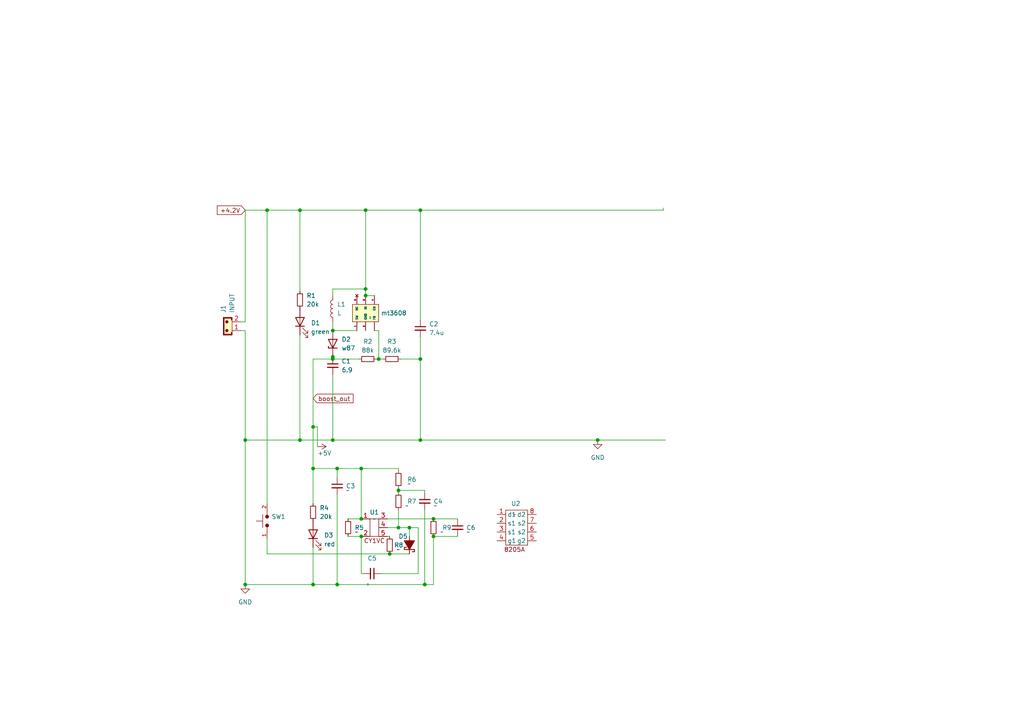
<source format=kicad_sch>
(kicad_sch (version 20230121) (generator eeschema)
  (paper "A4")
  (lib_symbols
    (symbol "Custom:8205a"
      (property "Reference" "U" (at 0 2.54 0))
      (symbol "8205a_0_1"
        (rectangle (start -2.54 1.27) (end 3.81 -8.89))
      )
      (symbol "8205a_1_1"
        (text "8205A\n" (at 0 -10.16 0) (effects (font (size 1.27 1.27))))
        (pin input line (at -5.08 0 0) (length 2.54) (name "d1") (number "1"))
        (pin input line (at -5.08 -2.54 0) (length 2.54) (name "s1") (number "2"))
        (pin input line (at -5.08 -5.08 0) (length 2.54) (name "s1") (number "3"))
        (pin input line (at -5.08 -7.62 0) (length 2.54) (name "g1") (number "4"))
        (pin input line (at 6.35 -7.62 180) (length 2.54) (name "g2") (number "5"))
        (pin input line (at 6.35 -5.08 180) (length 2.54) (name "s2") (number "6"))
        (pin input line (at 6.35 -2.54 180) (length 2.54) (name "s2") (number "7"))
        (pin input line (at 6.35 0 180) (length 2.54) (name "d2") (number "8"))
      )
    )
    (symbol "Custom:C1YVC"
      (property "Reference" "U" (at 0 0 0))
      (symbol "C1YVC_0_1"
        (rectangle (start -1.27 0) (end 1.27 -5.08))
      )
      (symbol "C1YVC_1_1"
        (text "CY1VC\n" (at 0 -6.35 0) (effects (font (size 1.27 1.27))))
        (pin input line (at -3.81 0 0) (length 2.54) (name "") (number "1"))
        (pin input line (at -3.81 -5.08 0) (length 2.54) (name "") (number "2"))
        (pin input line (at 3.81 0 180) (length 2.54) (name "") (number "3"))
        (pin input line (at 3.81 -2.54 180) (length 2.54) (name "") (number "4"))
        (pin input line (at 3.81 -5.08 180) (length 2.54) (name "") (number "5"))
      )
    )
    (symbol "Custom:MT3608"
      (property "Reference" "U" (at -5.08 -3.81 0))
      (symbol "MT3608_0_1"
        (rectangle (start 1.27 -2.54) (end 1.27 -2.54))
      )
      (symbol "MT3608_1_1"
        (rectangle (start -1.27 5.08) (end 3.81 -2.54) (fill (type background)))
        (rectangle (start 1.27 -2.54) (end 1.27 -2.54) (fill (type background)))
        (pin power_in line (at -3.81 -1.27 0) (length 2.54) (name "FB") (number ""))
        (pin input line (at -3.81 3.81 0) (length 2.54) (name "SW") (number "1"))
        (pin power_in line (at -3.81 1.27 0) (length 2.54) (name "GND") (number "2"))
        (pin input line (at 6.35 -1.27 180) (length 2.54) (name "EN") (number "4"))
        (pin power_in line (at 6.35 1.27 180) (length 2.54) (name "IN") (number "5"))
        (pin no_connect line (at 6.35 3.81 180) (length 2.54) (name "NC") (number "6"))
      )
    )
    (symbol "Device:C_Small" (pin_numbers hide) (pin_names (offset 0.254) hide)
      (property "Reference" "C" (at 0.254 1.778 0))
      (property "Value" "C_Small" (at 0.254 -2.032 0))
      (symbol "C_Small_0_1"
        (polyline (pts (xy -1.524 -0.508) (xy 1.524 -0.508)) (stroke (width 0.3302)))
        (polyline (pts (xy -1.524 0.508) (xy 1.524 0.508)) (stroke (width 0.3048)))
      )
      (symbol "C_Small_1_1"
        (pin passive line (at 0 2.54 270) (length 2.032) (name "~") (number "1"))
        (pin passive line (at 0 -2.54 90) (length 2.032) (name "~") (number "2"))
      )
    )
    (symbol "Device:D_Zener" (pin_numbers hide) (pin_names (offset 1.016) hide)
      (property "Reference" "D" (at 0 2.54 0))
      (property "Value" "D_Zener" (at 0 -2.54 0))
      (symbol "D_Zener_0_1"
        (polyline (pts (xy 1.27 0) (xy -1.27 0)))
        (polyline (pts (xy -1.27 -1.27) (xy -1.27 1.27) (xy -0.762 1.27)) (stroke (width 0.254)))
        (polyline (pts (xy 1.27 -1.27) (xy 1.27 1.27) (xy -1.27 0) (xy 1.27 -1.27)) (stroke (width 0.254)))
      )
      (symbol "D_Zener_1_1"
        (pin passive line (at -3.81 0 0) (length 2.54) (name "K") (number "1"))
        (pin passive line (at 3.81 0 180) (length 2.54) (name "A") (number "2"))
      )
    )
    (symbol "Device:L" (pin_numbers hide) (pin_names (offset 1.016) hide)
      (property "Reference" "L" (at -1.27 0 90))
      (property "Value" "L" (at 1.905 0 90))
      (symbol "L_0_1"
        (arc (start 0 -2.54) (mid 0.6323 -1.905) (end 0 -1.27))
        (arc (start 0 -1.27) (mid 0.6323 -0.635) (end 0 0))
        (arc (start 0 0) (mid 0.6323 0.635) (end 0 1.27))
        (arc (start 0 1.27) (mid 0.6323 1.905) (end 0 2.54))
      )
      (symbol "L_1_1"
        (pin passive line (at 0 3.81 270) (length 1.27) (name "1") (number "1"))
        (pin passive line (at 0 -3.81 90) (length 1.27) (name "2") (number "2"))
      )
    )
    (symbol "Device:LED" (pin_numbers hide) (pin_names (offset 1.016) hide)
      (property "Reference" "D" (at 0 2.54 0))
      (property "Value" "LED" (at 0 -2.54 0))
      (symbol "LED_0_1"
        (polyline (pts (xy -1.27 -1.27) (xy -1.27 1.27)) (stroke (width 0.254)))
        (polyline (pts (xy -1.27 0) (xy 1.27 0)))
        (polyline (pts (xy 1.27 -1.27) (xy 1.27 1.27) (xy -1.27 0) (xy 1.27 -1.27)) (stroke (width 0.254)))
        (polyline (pts (xy -3.048 -0.762) (xy -4.572 -2.286) (xy -3.81 -2.286) (xy -4.572 -2.286) (xy -4.572 -1.524)))
        (polyline (pts (xy -1.778 -0.762) (xy -3.302 -2.286) (xy -2.54 -2.286) (xy -3.302 -2.286) (xy -3.302 -1.524)))
      )
      (symbol "LED_1_1"
        (pin passive line (at -3.81 0 0) (length 2.54) (name "K") (number "1"))
        (pin passive line (at 3.81 0 180) (length 2.54) (name "A") (number "2"))
      )
    )
    (symbol "Device:R_Small" (pin_numbers hide) (pin_names (offset 0.254) hide)
      (property "Reference" "R" (at 0.762 0.508 0))
      (property "Value" "R_Small" (at 0.762 -1.016 0))
      (symbol "R_Small_0_1"
        (rectangle (start -0.762 1.778) (end 0.762 -1.778) (stroke (width 0.2032)))
      )
      (symbol "R_Small_1_1"
        (pin passive line (at 0 2.54 270) (length 0.762) (name "~") (number "1"))
        (pin passive line (at 0 -2.54 90) (length 0.762) (name "~") (number "2"))
      )
    )
    (symbol "PCM_Generic-50:D,Schottky,IEEE" (pin_numbers hide) (pin_names (offset 0) hide)
      (property "Reference" "D" (at 1.905 1.27 0))
      (property "Value" "${SIM.PARAMS}" (at 1.905 -1.27 0))
      (property "Sim.Params" "D,Schottky,IEEE" (at 1.905 -1.27 0))
      (symbol "D,Schottky,IEEE_1_1"
        (polyline (pts (xy 0 -1.27) (xy 1.4732 1.27) (xy -1.4732 1.27) (xy 0 -1.27)) (stroke (width 0.254)) (fill (type outline)))
        (polyline (pts (xy -0.8382 -0.635) (xy -1.4732 -0.635) (xy -1.4732 -1.27) (xy 1.4732 -1.27) (xy 1.4732 -1.905) (xy 0.8382 -1.905)) (stroke (width 0.254)))
        (pin passive line (at 0 -2.54 90) (length 1.27) (name "K-") (number "1"))
        (pin passive line (at 0 2.54 270) (length 1.27) (name "A+") (number "2"))
      )
    )
    (symbol "PCM_SL_Connectors:JST_02"
      (property "Reference" "J" (at 0 7.62 0))
      (property "Value" "JST_02" (at 0 5.08 0))
      (symbol "JST_02_0_1"
        (rectangle (start -1.27 2.54) (end 1.27 -2.54) (fill (type background)))
        (polyline (pts (xy -1.27 -1.778) (xy -1.27 -2.54) (xy 1.27 -2.54) (xy 1.27 -1.778) (xy 1.016 -1.778) (xy 1.016 -2.286) (xy -1.016 -2.286) (xy -1.016 -1.778) (xy -1.27 -1.778)) (fill (type outline)))
        (polyline (pts (xy 1.27 1.778) (xy 1.27 2.54) (xy -1.27 2.54) (xy -1.27 1.778) (xy -1.016 1.778) (xy -1.016 2.286) (xy 1.016 2.286) (xy 1.016 1.778) (xy 1.27 1.778)) (fill (type outline)))
        (circle (center 0.254 -1.27) (radius 0.381) (fill (type outline)))
        (circle (center 0.254 1.27) (radius 0.381) (fill (type outline)))
        (rectangle (start 1.016 1.778) (end 1.27 -1.778) (fill (type outline)))
      )
      (symbol "JST_02_1_1"
        (pin passive line (at -3.81 1.27 0) (length 2.54) (name "") (number "1"))
        (pin passive line (at -3.81 -1.27 0) (length 2.54) (name "") (number "2"))
      )
    )
    (symbol "PCM_SL_Devices:Push_Button"
      (property "Reference" "SW" (at 0 6.35 0))
      (property "Value" "Push_Button" (at 0 4.445 0))
      (symbol "Push_Button_0_1"
        (circle (center -1.27 0) (radius 0.4579) (fill (type outline)))
        (polyline (pts (xy -3.175 0) (xy -1.778 0)))
        (polyline (pts (xy -1.905 1.27) (xy 1.905 1.27)))
        (polyline (pts (xy 0 1.27) (xy 0 3.175)))
        (polyline (pts (xy 1.778 0) (xy 3.175 0)))
        (circle (center 1.27 0) (radius 0.4579) (fill (type outline)))
      )
      (symbol "Push_Button_1_1"
        (pin passive line (at -5.08 0 0) (length 2) (name "") (number "1"))
        (pin passive line (at 5.08 0 180) (length 2) (name "") (number "2"))
      )
    )
    (symbol "power:+5V" (power) (pin_names (offset 0))
      (property "Value" "+5V" (at 0 3.556 0))
      (symbol "+5V_0_1"
        (polyline (pts (xy -0.762 1.27) (xy 0 2.54)))
        (polyline (pts (xy 0 0) (xy 0 2.54)))
        (polyline (pts (xy 0 2.54) (xy 0.762 1.27)))
      )
      (symbol "+5V_1_1"
        (pin power_in line (at 0 0 90) (length 0) hide (name "+5V") (number "1"))
      )
    )
    (symbol "power:GND" (power) (pin_names (offset 0))
      (property "Value" "GND" (at 0 -3.81 0))
      (symbol "GND_0_1"
        (polyline (pts (xy 0 0) (xy 0 -1.27) (xy 1.27 -1.27) (xy 0 -2.54) (xy -1.27 -1.27) (xy 0 -1.27)))
      )
      (symbol "GND_1_1"
        (pin power_in line (at 0 0 270) (length 0) hide (name "GND") (number "1"))
      )
    )
  )
  (junction (at 125.73 155.575))
  (junction (at 71.12 127.635))
  (junction (at 118.745 153.035))
  (junction (at 86.995 127.635))
  (junction (at 109.855 104.14))
  (junction (at 121.92 60.96))
  (junction (at 104.775 135.89))
  (junction (at 71.12 169.545))
  (junction (at 104.775 155.575))
  (junction (at 96.52 127.635))
  (junction (at 123.19 169.545))
  (junction (at 90.805 135.89))
  (junction (at 77.47 60.96))
  (junction (at 86.995 60.96))
  (junction (at 125.73 150.495))
  (junction (at 121.92 127.635))
  (junction (at 115.57 142.24))
  (junction (at 96.52 104.14))
  (junction (at 104.775 150.495))
  (junction (at 115.57 153.035))
  (junction (at 113.03 160.655))
  (junction (at 96.52 103.505))
  (junction (at 121.92 104.14))
  (junction (at 97.79 169.545))
  (junction (at 106.045 60.96))
  (junction (at 97.79 135.89))
  (junction (at 90.805 123.825))
  (junction (at 106.045 83.82))
  (junction (at 90.805 169.545))
  (junction (at 106.045 85.725))
  (junction (at 96.52 95.885))
  (junction (at 173.355 127.635))
  (wire (pts (xy 125.73 169.545) (xy 123.19 169.545)))
  (wire (pts (xy 96.52 104.14) (xy 90.805 104.14)))
  (wire (pts (xy 103.505 95.885) (xy 96.52 95.885)))
  (wire (pts (xy 115.57 142.24) (xy 115.57 141.605)))
  (wire (pts (xy 118.745 160.655) (xy 113.03 160.655)))
  (wire (pts (xy 115.57 135.89) (xy 104.775 135.89)))
  (wire (pts (xy 115.57 142.24) (xy 123.19 142.24)))
  (wire (pts (xy 121.92 127.635) (xy 173.355 127.635)))
  (wire (pts (xy 115.57 153.035) (xy 115.57 147.955)))
  (wire (pts (xy 100.965 155.575) (xy 104.775 155.575)))
  (wire (pts (xy 86.995 127.635) (xy 96.52 127.635)))
  (wire (pts (xy 77.47 160.655) (xy 77.47 156.21)))
  (wire (pts (xy 96.52 104.14) (xy 96.52 103.505)))
  (wire (pts (xy 106.045 83.82) (xy 106.045 85.725)))
  (wire (pts (xy 71.12 95.885) (xy 69.85 95.885)))
  (wire (pts (xy 125.73 155.575) (xy 125.73 169.545)))
  (wire (pts (xy 192.405 60.325) (xy 192.405 60.96)))
  (wire (pts (xy 106.045 60.96) (xy 106.045 83.82)))
  (wire (pts (xy 77.47 60.96) (xy 86.995 60.96)))
  (wire (pts (xy 123.19 147.955) (xy 123.19 169.545)))
  (wire (pts (xy 100.965 150.495) (xy 104.775 150.495)))
  (wire (pts (xy 121.92 60.96) (xy 192.405 60.96)))
  (wire (pts (xy 71.12 95.885) (xy 71.12 127.635)))
  (wire (pts (xy 86.995 60.96) (xy 106.045 60.96)))
  (wire (pts (xy 121.285 166.37) (xy 110.49 166.37)))
  (wire (pts (xy 104.775 155.575) (xy 104.775 166.37)))
  (wire (pts (xy 109.22 104.14) (xy 109.855 104.14)))
  (wire (pts (xy 121.285 153.035) (xy 121.285 166.37)))
  (wire (pts (xy 112.395 153.035) (xy 115.57 153.035)))
  (wire (pts (xy 97.79 169.545) (xy 90.805 169.545)))
  (wire (pts (xy 113.03 155.575) (xy 112.395 155.575)))
  (wire (pts (xy 71.12 60.96) (xy 77.47 60.96)))
  (wire (pts (xy 115.57 142.875) (xy 115.57 142.24)))
  (wire (pts (xy 90.805 104.14) (xy 90.805 123.825)))
  (wire (pts (xy 121.92 104.14) (xy 121.92 127.635)))
  (wire (pts (xy 92.075 123.825) (xy 90.805 123.825)))
  (wire (pts (xy 86.995 127.635) (xy 86.995 97.155)))
  (wire (pts (xy 121.92 97.79) (xy 121.92 104.14)))
  (wire (pts (xy 118.745 153.035) (xy 118.745 155.575)))
  (wire (pts (xy 106.045 60.96) (xy 121.92 60.96)))
  (wire (pts (xy 90.805 169.545) (xy 71.12 169.545)))
  (wire (pts (xy 105.41 166.37) (xy 104.775 166.37)))
  (wire (pts (xy 109.855 95.885) (xy 109.855 104.14)))
  (wire (pts (xy 125.73 150.495) (xy 132.715 150.495)))
  (wire (pts (xy 77.47 146.05) (xy 77.47 60.96)))
  (wire (pts (xy 121.92 92.71) (xy 121.92 60.96)))
  (wire (pts (xy 96.52 83.82) (xy 106.045 83.82)))
  (wire (pts (xy 92.075 129.54) (xy 92.075 123.825)))
  (wire (pts (xy 71.12 93.345) (xy 69.85 93.345)))
  (wire (pts (xy 71.12 169.545) (xy 71.12 127.635)))
  (wire (pts (xy 104.775 135.89) (xy 104.775 150.495)))
  (wire (pts (xy 97.79 143.51) (xy 97.79 169.545)))
  (wire (pts (xy 96.52 85.725) (xy 96.52 83.82)))
  (wire (pts (xy 90.805 135.89) (xy 90.805 146.05)))
  (wire (pts (xy 97.79 135.89) (xy 97.79 138.43)))
  (wire (pts (xy 116.205 104.14) (xy 121.92 104.14)))
  (wire (pts (xy 118.745 153.035) (xy 121.285 153.035)))
  (wire (pts (xy 71.12 127.635) (xy 86.995 127.635)))
  (wire (pts (xy 123.19 142.875) (xy 123.19 142.24)))
  (wire (pts (xy 96.52 108.585) (xy 96.52 127.635)))
  (wire (pts (xy 96.52 127.635) (xy 121.92 127.635)))
  (wire (pts (xy 173.355 127.635) (xy 193.04 127.635)))
  (wire (pts (xy 90.805 158.75) (xy 90.805 169.545)))
  (wire (pts (xy 115.57 135.89) (xy 115.57 136.525)))
  (wire (pts (xy 106.045 85.725) (xy 108.585 85.725)))
  (wire (pts (xy 104.775 135.89) (xy 97.79 135.89)))
  (wire (pts (xy 118.745 153.035) (xy 115.57 153.035)))
  (wire (pts (xy 109.855 104.14) (xy 111.125 104.14)))
  (wire (pts (xy 90.805 123.825) (xy 90.805 135.89)))
  (wire (pts (xy 86.995 84.455) (xy 86.995 60.96)))
  (wire (pts (xy 125.73 155.575) (xy 132.715 155.575)))
  (wire (pts (xy 77.47 160.655) (xy 113.03 160.655)))
  (wire (pts (xy 97.79 135.89) (xy 90.805 135.89)))
  (wire (pts (xy 104.14 104.14) (xy 96.52 104.14)))
  (wire (pts (xy 96.52 95.885) (xy 96.52 93.345)))
  (wire (pts (xy 71.12 93.345) (xy 71.12 60.96)))
  (wire (pts (xy 123.19 169.545) (xy 97.79 169.545)))
  (wire (pts (xy 112.395 150.495) (xy 125.73 150.495)))
  (wire (pts (xy 108.585 95.885) (xy 109.855 95.885)))
  (global_label "boost_out" (shape input) (at 90.805 115.57 0) (property "Intersheetrefs" "${INTERSHEET_REFS}" (effects hide)))
  (global_label "+4.2V" (shape input) (at 71.12 60.96 180) (property "Intersheetrefs" "${INTERSHEET_REFS}" (effects hide)))
  (symbol (lib_id "Device:C_Small") (at 121.92 95.25 0) (unit 1)
    (property "Reference" "C2" (at 124.46 93.9863 0) (effects (justify left)))
    (property "Value" "7.4u" (at 124.46 96.5263 0) (effects (justify left)))
  )
  (symbol (lib_id "power:+5V") (at 92.075 129.54 270) (unit 1)
    (property "Reference" "#PWR03" (effects hide))
    (property "Value" "+5V" (at 92.075 131.445 90) (effects (justify left)))
  )
  (symbol (lib_id "PCM_SL_Devices:Push_Button") (at 77.47 151.13 90) (unit 1)
    (property "Reference" "SW1" (at 78.74 149.86 90) (effects (justify right)))
    (property "Value" "Push_Button" (effects hide))
    (property "Footprint" "Button_Switch_THT:SW_PUSH_6mm" (effects hide))
  )
  (symbol (lib_id "Device:C_Small") (at 97.79 140.97 0) (unit 1)
    (property "Reference" "C3" (at 100.33 140.9763 0) (effects (justify left)))
    (property "Value" "~" (at 100.33 142.2463 0) (effects (justify left)))
  )
  (symbol (lib_id "Device:LED") (at 86.995 93.345 90) (unit 1)
    (property "Reference" "D1" (at 90.17 93.6625 90) (effects (justify right)))
    (property "Value" "green" (at 90.17 96.2025 90) (effects (justify right)))
  )
  (symbol (lib_id "Device:C_Small") (at 123.19 145.415 0) (unit 1)
    (property "Reference" "C4" (at 125.73 145.4213 0) (effects (justify left)))
    (property "Value" "~" (at 125.73 146.6913 0) (effects (justify left)))
  )
  (symbol (lib_id "power:GND") (at 71.12 169.545 0) (unit 1)
    (property "Reference" "#PWR02" (effects hide))
    (property "Value" "GND" (at 71.12 174.625 0))
  )
  (symbol (lib_id "Device:D_Zener") (at 96.52 99.695 90) (unit 1)
    (property "Reference" "D2" (at 99.06 98.425 90) (effects (justify right)))
    (property "Value" "w87" (at 99.06 100.965 90) (effects (justify right)))
  )
  (symbol (lib_id "Custom:C1YVC") (at 108.585 150.495 0) (unit 1)
    (property "Reference" "U1" (at 108.585 148.59 0))
    (property "Value" "~" (at 108.585 150.495 0))
  )
  (symbol (lib_id "Device:R_Small") (at 115.57 139.065 0) (unit 1)
    (property "Reference" "R6" (at 118.11 139.065 0) (effects (justify left)))
    (property "Value" "~" (at 118.11 140.335 0) (effects (justify left)))
  )
  (symbol (lib_id "Device:R_Small") (at 86.995 86.995 0) (unit 1)
    (property "Reference" "R1" (at 88.9 85.725 0) (effects (justify left)))
    (property "Value" "20k" (at 88.9 88.265 0) (effects (justify left)))
  )
  (symbol (lib_id "Device:R_Small") (at 100.965 153.035 0) (unit 1)
    (property "Reference" "R5" (at 102.87 153.035 0) (effects (justify left)))
    (property "Value" "~" (at 102.87 154.305 0) (effects (justify left)))
  )
  (symbol (lib_id "Device:R_Small") (at 106.68 104.14 270) (unit 1)
    (property "Reference" "R2" (at 106.68 99.06 90))
    (property "Value" "88k" (at 106.68 101.6 90))
  )
  (symbol (lib_id "Device:C_Small") (at 132.715 153.035 0) (unit 1)
    (property "Reference" "C6" (at 135.255 153.0413 0) (effects (justify left)))
    (property "Value" "~" (at 135.255 154.3113 0) (effects (justify left)))
  )
  (symbol (lib_id "Device:LED") (at 90.805 154.94 90) (unit 1)
    (property "Reference" "D3" (at 93.98 155.2575 90) (effects (justify right)))
    (property "Value" "red" (at 93.98 157.7975 90) (effects (justify right)))
  )
  (symbol (lib_id "Device:R_Small") (at 113.03 158.115 0) (unit 1)
    (property "Reference" "R8" (at 114.3 158.115 0) (effects (justify left)))
    (property "Value" "~" (at 114.935 159.385 0) (effects (justify left)))
  )
  (symbol (lib_id "PCM_SL_Connectors:JST_02") (at 66.04 94.615 180) (unit 1)
    (property "Reference" "J1" (at 64.77 90.805 90) (effects (justify right)))
    (property "Value" "INPUT" (at 67.31 90.805 90) (effects (justify right)))
    (property "Footprint" "Connector_JST:JST_EH_B2B-EH-A_1x02_P2.50mm_Vertical" (effects hide))
  )
  (symbol (lib_id "Device:R_Small") (at 125.73 153.035 0) (unit 1)
    (property "Reference" "R9" (at 128.27 153.035 0) (effects (justify left)))
    (property "Value" "~" (at 127.635 154.305 0) (effects (justify left)))
  )
  (symbol (lib_id "Device:R_Small") (at 90.805 148.59 0) (unit 1)
    (property "Reference" "R4" (at 92.71 147.32 0) (effects (justify left)))
    (property "Value" "20k" (at 92.71 149.86 0) (effects (justify left)))
  )
  (symbol (lib_id "PCM_Generic-50:D,Schottky,IEEE") (at 118.745 158.115 0) (unit 1)
    (property "Reference" "D5" (at 115.57 155.575 0) (effects (justify left)))
    (property "Value" "${SIM.PARAMS}" (effects hide))
    (property "Sim.Pins" "2=1 1=2" (effects hide))
    (property "Sim.Params" "D,Schottky,IEEE" (effects hide))
    (property "Sim.Device" "SPICE" (effects hide))
  )
  (symbol (lib_id "Device:R_Small") (at 115.57 145.415 0) (unit 1)
    (property "Reference" "R7" (at 118.11 145.415 0) (effects (justify left)))
    (property "Value" "~" (at 117.475 146.685 0) (effects (justify left)))
  )
  (symbol (lib_id "Device:R_Small") (at 113.665 104.14 270) (unit 1)
    (property "Reference" "R3" (at 113.665 99.06 90))
    (property "Value" "89.6k" (at 113.665 101.6 90))
  )
  (symbol (lib_id "Custom:8205a") (at 149.225 149.225 0) (unit 1)
    (property "Reference" "U2" (at 149.5927 146.05 0))
    (property "Value" "~" (at 149.225 149.225 0))
  )
  (symbol (lib_id "Device:L") (at 96.52 89.535 180) (unit 1)
    (property "Reference" "L1" (at 97.79 88.265 0) (effects (justify right)))
    (property "Value" "L" (at 97.79 90.805 0) (effects (justify right)))
  )
  (symbol (lib_id "power:GND") (at 173.355 127.635 0) (unit 1)
    (property "Reference" "#PWR01" (effects hide))
    (property "Value" "GND" (at 173.355 132.715 0))
  )
  (symbol (lib_id "Device:C_Small") (at 96.52 106.045 0) (unit 1)
    (property "Reference" "C1" (at 99.06 104.7813 0) (effects (justify left)))
    (property "Value" "6.9" (at 99.06 107.3213 0) (effects (justify left)))
  )
  (symbol (lib_id "Device:C_Small") (at 107.95 166.37 270) (unit 1)
    (property "Reference" "C5" (at 107.9436 161.925 90))
    (property "Value" "~" (at 106.6737 168.91 0) (effects (justify left)))
  )
  (symbol (lib_id "Custom:MT3608") (at 107.315 92.075 90) (unit 1)
    (property "Reference" "mt3608" (at 110.49 90.805 90) (effects (justify right)))
    (property "Value" "~" (at 107.315 92.075 0))
  )
)
</source>
